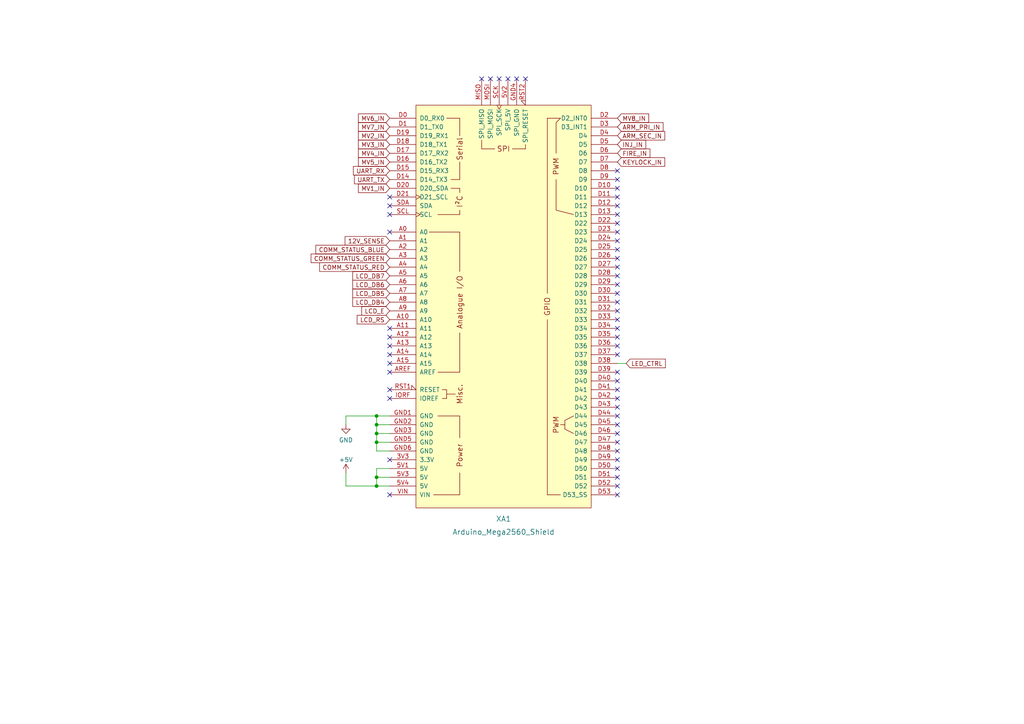
<source format=kicad_sch>
(kicad_sch (version 20230121) (generator eeschema)
  (paper "A4")
  (lib_symbols
    (symbol "arduino_mega:Arduino_Mega2560_Shield" (pin_names (offset 1.016))
      (property "Reference" "XA" (at 2.54 0 90))
      (property "Value" "Arduino_Mega2560_Shield" (at -2.54 0 90))
      (symbol "Arduino_Mega2560_Shield_0_0"
        (rectangle (start -25.4 -58.42) (end 25.4 58.42) (fill (type background)))
        (rectangle (start -20.32 -54.61) (end -12.7 -54.61))
        (rectangle (start -19.05 -31.75) (end -12.7 -31.75))
        (rectangle (start -19.05 -19.05) (end -12.7 -19.05))
        (rectangle (start -19.05 26.67) (end -12.7 26.67))
        (rectangle (start -17.78 -26.67) (end -16.51 -26.67))
        (rectangle (start -17.78 -24.13) (end -16.51 -24.13))
        (rectangle (start -16.51 -25.4) (end -13.97 -25.4))
        (rectangle (start -16.51 -24.13) (end -16.51 -26.67))
        (rectangle (start -16.51 54.61) (end -12.7 54.61))
        (rectangle (start -15.24 34.29) (end -12.7 34.29))
        (rectangle (start -15.24 36.83) (end -12.7 36.83))
        (rectangle (start -12.7 -54.61) (end -12.7 -48.26))
        (rectangle (start -12.7 -31.75) (end -12.7 -38.1))
        (rectangle (start -12.7 26.67) (end -12.7 27.94))
        (rectangle (start -12.7 34.29) (end -12.7 33.02))
        (rectangle (start -12.7 41.91) (end -12.7 36.83))
        (rectangle (start -12.7 49.53) (end -12.7 54.61))
        (rectangle (start -6.35 48.26) (end -6.35 45.72))
        (rectangle (start -2.54 45.72) (end -6.35 45.72))
        (polyline (pts (xy -21.59 21.59) (xy -12.7 21.59)))
        (polyline (pts (xy -12.7 -19.05) (xy -12.7 -7.62)))
        (polyline (pts (xy -12.7 10.16) (xy -12.7 21.59)))
        (polyline (pts (xy 12.7 -54.61) (xy 16.51 -54.61)))
        (polyline (pts (xy 12.7 54.61) (xy 16.51 54.61)))
        (polyline (pts (xy 17.78 -34.29) (xy 16.51 -34.29)))
        (polyline (pts (xy 15.24 36.83) (xy 15.24 27.94) (xy 20.32 26.67)))
        (polyline (pts (xy 15.24 44.45) (xy 15.24 53.34) (xy 16.51 54.61)))
        (polyline (pts (xy 20.32 -31.75) (xy 17.78 -33.02) (xy 17.78 -35.56) (xy 20.32 -36.83)))
        (rectangle (start 6.35 45.72) (end 2.54 45.72))
        (rectangle (start 6.35 46.99) (end 6.35 45.72))
        (text "Analogue I/O" (at -12.7 1.27 900) (effects (font (size 1.524 1.524))))
        (text "I²C" (at -12.7 30.48 900) (effects (font (size 1.524 1.524))))
        (text "Misc." (at -12.7 -25.4 900) (effects (font (size 1.524 1.524))))
        (text "Power" (at -12.7 -43.18 900) (effects (font (size 1.524 1.524))))
        (text "PWM" (at 15.24 -34.29 900) (effects (font (size 1.524 1.524))))
        (text "PWM" (at 15.24 40.64 900) (effects (font (size 1.524 1.524))))
        (text "Serial" (at -12.7 45.72 900) (effects (font (size 1.524 1.524))))
        (text "SPI" (at 0 45.72 0) (effects (font (size 1.524 1.524))))
      )
      (symbol "Arduino_Mega2560_Shield_1_0"
        (rectangle (start 12.7 -54.61) (end 12.7 -3.81))
        (rectangle (start 12.7 54.61) (end 12.7 3.81))
        (text "GPIO" (at 12.7 0 900) (effects (font (size 1.524 1.524))))
      )
      (symbol "Arduino_Mega2560_Shield_1_1"
        (pin power_in line (at -33.02 -44.45 0) (length 7.62) (name "3.3V") (number "3V3"))
        (pin power_in line (at -33.02 -46.99 0) (length 7.62) (name "5V") (number "5V1"))
        (pin power_in line (at 1.27 66.04 270) (length 7.62) (name "SPI_5V") (number "5V2"))
        (pin power_in line (at -33.02 -49.53 0) (length 7.62) (name "5V") (number "5V3"))
        (pin power_in line (at -33.02 -52.07 0) (length 7.62) (name "5V") (number "5V4"))
        (pin bidirectional line (at -33.02 21.59 0) (length 7.62) (name "A0") (number "A0"))
        (pin bidirectional line (at -33.02 19.05 0) (length 7.62) (name "A1") (number "A1"))
        (pin bidirectional line (at -33.02 -3.81 0) (length 7.62) (name "A10") (number "A10"))
        (pin bidirectional line (at -33.02 -6.35 0) (length 7.62) (name "A11") (number "A11"))
        (pin bidirectional line (at -33.02 -8.89 0) (length 7.62) (name "A12") (number "A12"))
        (pin bidirectional line (at -33.02 -11.43 0) (length 7.62) (name "A13") (number "A13"))
        (pin bidirectional line (at -33.02 -13.97 0) (length 7.62) (name "A14") (number "A14"))
        (pin bidirectional line (at -33.02 -16.51 0) (length 7.62) (name "A15") (number "A15"))
        (pin bidirectional line (at -33.02 16.51 0) (length 7.62) (name "A2") (number "A2"))
        (pin bidirectional line (at -33.02 13.97 0) (length 7.62) (name "A3") (number "A3"))
        (pin bidirectional line (at -33.02 11.43 0) (length 7.62) (name "A4") (number "A4"))
        (pin bidirectional line (at -33.02 8.89 0) (length 7.62) (name "A5") (number "A5"))
        (pin bidirectional line (at -33.02 6.35 0) (length 7.62) (name "A6") (number "A6"))
        (pin bidirectional line (at -33.02 3.81 0) (length 7.62) (name "A7") (number "A7"))
        (pin bidirectional line (at -33.02 1.27 0) (length 7.62) (name "A8") (number "A8"))
        (pin bidirectional line (at -33.02 -1.27 0) (length 7.62) (name "A9") (number "A9"))
        (pin input line (at -33.02 -19.05 0) (length 7.62) (name "AREF") (number "AREF"))
        (pin bidirectional line (at -33.02 54.61 0) (length 7.62) (name "D0_RX0") (number "D0"))
        (pin bidirectional line (at -33.02 52.07 0) (length 7.62) (name "D1_TX0") (number "D1"))
        (pin bidirectional line (at 33.02 34.29 180) (length 7.62) (name "D10") (number "D10"))
        (pin bidirectional line (at 33.02 31.75 180) (length 7.62) (name "D11") (number "D11"))
        (pin bidirectional line (at 33.02 29.21 180) (length 7.62) (name "D12") (number "D12"))
        (pin bidirectional line (at 33.02 26.67 180) (length 7.62) (name "D13") (number "D13"))
        (pin bidirectional line (at -33.02 36.83 0) (length 7.62) (name "D14_TX3") (number "D14"))
        (pin bidirectional line (at -33.02 39.37 0) (length 7.62) (name "D15_RX3") (number "D15"))
        (pin bidirectional line (at -33.02 41.91 0) (length 7.62) (name "D16_TX2") (number "D16"))
        (pin bidirectional line (at -33.02 44.45 0) (length 7.62) (name "D17_RX2") (number "D17"))
        (pin bidirectional line (at -33.02 46.99 0) (length 7.62) (name "D18_TX1") (number "D18"))
        (pin bidirectional line (at -33.02 49.53 0) (length 7.62) (name "D19_RX1") (number "D19"))
        (pin bidirectional line (at 33.02 54.61 180) (length 7.62) (name "D2_INT0") (number "D2"))
        (pin bidirectional line (at -33.02 34.29 0) (length 7.62) (name "D20_SDA") (number "D20"))
        (pin bidirectional clock (at -33.02 31.75 0) (length 7.62) (name "D21_SCL") (number "D21"))
        (pin bidirectional line (at 33.02 24.13 180) (length 7.62) (name "D22") (number "D22"))
        (pin bidirectional line (at 33.02 21.59 180) (length 7.62) (name "D23") (number "D23"))
        (pin bidirectional line (at 33.02 19.05 180) (length 7.62) (name "D24") (number "D24"))
        (pin bidirectional line (at 33.02 16.51 180) (length 7.62) (name "D25") (number "D25"))
        (pin bidirectional line (at 33.02 13.97 180) (length 7.62) (name "D26") (number "D26"))
        (pin bidirectional line (at 33.02 11.43 180) (length 7.62) (name "D27") (number "D27"))
        (pin bidirectional line (at 33.02 8.89 180) (length 7.62) (name "D28") (number "D28"))
        (pin bidirectional line (at 33.02 6.35 180) (length 7.62) (name "D29") (number "D29"))
        (pin bidirectional line (at 33.02 52.07 180) (length 7.62) (name "D3_INT1") (number "D3"))
        (pin bidirectional line (at 33.02 3.81 180) (length 7.62) (name "D30") (number "D30"))
        (pin bidirectional line (at 33.02 1.27 180) (length 7.62) (name "D31") (number "D31"))
        (pin bidirectional line (at 33.02 -1.27 180) (length 7.62) (name "D32") (number "D32"))
        (pin bidirectional line (at 33.02 -3.81 180) (length 7.62) (name "D33") (number "D33"))
        (pin bidirectional line (at 33.02 -6.35 180) (length 7.62) (name "D34") (number "D34"))
        (pin bidirectional line (at 33.02 -8.89 180) (length 7.62) (name "D35") (number "D35"))
        (pin bidirectional line (at 33.02 -11.43 180) (length 7.62) (name "D36") (number "D36"))
        (pin bidirectional line (at 33.02 -13.97 180) (length 7.62) (name "D37") (number "D37"))
        (pin bidirectional line (at 33.02 -16.51 180) (length 7.62) (name "D38") (number "D38"))
        (pin bidirectional line (at 33.02 -19.05 180) (length 7.62) (name "D39") (number "D39"))
        (pin bidirectional line (at 33.02 49.53 180) (length 7.62) (name "D4") (number "D4"))
        (pin bidirectional line (at 33.02 -21.59 180) (length 7.62) (name "D40") (number "D40"))
        (pin bidirectional line (at 33.02 -24.13 180) (length 7.62) (name "D41") (number "D41"))
        (pin bidirectional line (at 33.02 -26.67 180) (length 7.62) (name "D42") (number "D42"))
        (pin bidirectional line (at 33.02 -29.21 180) (length 7.62) (name "D43") (number "D43"))
        (pin bidirectional line (at 33.02 -31.75 180) (length 7.62) (name "D44") (number "D44"))
        (pin bidirectional line (at 33.02 -34.29 180) (length 7.62) (name "D45") (number "D45"))
        (pin bidirectional line (at 33.02 -36.83 180) (length 7.62) (name "D46") (number "D46"))
        (pin bidirectional line (at 33.02 -39.37 180) (length 7.62) (name "D47") (number "D47"))
        (pin bidirectional line (at 33.02 -41.91 180) (length 7.62) (name "D48") (number "D48"))
        (pin bidirectional line (at 33.02 -44.45 180) (length 7.62) (name "D49") (number "D49"))
        (pin bidirectional line (at 33.02 46.99 180) (length 7.62) (name "D5") (number "D5"))
        (pin bidirectional line (at 33.02 -46.99 180) (length 7.62) (name "D50") (number "D50"))
        (pin bidirectional line (at 33.02 -49.53 180) (length 7.62) (name "D51") (number "D51"))
        (pin bidirectional line (at 33.02 -52.07 180) (length 7.62) (name "D52") (number "D52"))
        (pin bidirectional line (at 33.02 -54.61 180) (length 7.62) (name "D53_SS") (number "D53"))
        (pin bidirectional line (at 33.02 44.45 180) (length 7.62) (name "D6") (number "D6"))
        (pin bidirectional line (at 33.02 41.91 180) (length 7.62) (name "D7") (number "D7"))
        (pin bidirectional line (at 33.02 39.37 180) (length 7.62) (name "D8") (number "D8"))
        (pin bidirectional line (at 33.02 36.83 180) (length 7.62) (name "D9") (number "D9"))
        (pin power_in line (at -33.02 -31.75 0) (length 7.62) (name "GND") (number "GND1"))
        (pin power_in line (at -33.02 -34.29 0) (length 7.62) (name "GND") (number "GND2"))
        (pin power_in line (at -33.02 -36.83 0) (length 7.62) (name "GND") (number "GND3"))
        (pin power_in line (at 3.81 66.04 270) (length 7.62) (name "SPI_GND") (number "GND4"))
        (pin power_in line (at -33.02 -39.37 0) (length 7.62) (name "GND") (number "GND5"))
        (pin power_in line (at -33.02 -41.91 0) (length 7.62) (name "GND") (number "GND6"))
        (pin output line (at -33.02 -26.67 0) (length 7.62) (name "IOREF") (number "IORF"))
        (pin input line (at -6.35 66.04 270) (length 7.62) (name "SPI_MISO") (number "MISO"))
        (pin output line (at -3.81 66.04 270) (length 7.62) (name "SPI_MOSI") (number "MOSI"))
        (pin open_collector input_low (at -33.02 -24.13 0) (length 7.62) (name "RESET") (number "RST1"))
        (pin open_collector input_low (at 6.35 66.04 270) (length 7.62) (name "SPI_RESET") (number "RST2"))
        (pin output clock (at -1.27 66.04 270) (length 7.62) (name "SPI_SCK") (number "SCK"))
        (pin bidirectional clock (at -33.02 26.67 0) (length 7.62) (name "SCL") (number "SCL"))
        (pin bidirectional line (at -33.02 29.21 0) (length 7.62) (name "SDA") (number "SDA"))
        (pin power_in line (at -33.02 -54.61 0) (length 7.62) (name "VIN") (number "VIN"))
      )
    )
    (symbol "power:+5V" (power) (pin_names (offset 0))
      (property "Value" "+5V" (at 0 3.556 0))
      (symbol "+5V_0_1"
        (polyline (pts (xy -0.762 1.27) (xy 0 2.54)))
        (polyline (pts (xy 0 0) (xy 0 2.54)))
        (polyline (pts (xy 0 2.54) (xy 0.762 1.27)))
      )
      (symbol "+5V_1_1"
        (pin power_in line (at 0 0 90) (length 0) hide (name "+5V") (number "1"))
      )
    )
    (symbol "power:GND" (power) (pin_names (offset 0))
      (property "Value" "GND" (at 0 -3.81 0))
      (symbol "GND_0_1"
        (polyline (pts (xy 0 0) (xy 0 -1.27) (xy 1.27 -1.27) (xy 0 -2.54) (xy -1.27 -1.27) (xy 0 -1.27)))
      )
      (symbol "GND_1_1"
        (pin power_in line (at 0 0 270) (length 0) hide (name "GND") (number "1"))
      )
    )
  )
  (junction (at 109.22 140.97))
  (junction (at 109.22 128.27))
  (junction (at 109.22 138.43))
  (junction (at 109.22 123.19))
  (junction (at 109.22 120.65))
  (junction (at 109.22 125.73))
  (no_connect (at 179.07 69.85))
  (no_connect (at 179.07 110.49))
  (no_connect (at 113.03 59.69))
  (no_connect (at 179.07 128.27))
  (no_connect (at 113.03 107.95))
  (no_connect (at 179.07 59.69))
  (no_connect (at 179.07 107.95))
  (no_connect (at 179.07 67.31))
  (no_connect (at 142.24 22.86))
  (no_connect (at 113.03 67.31))
  (no_connect (at 179.07 118.11))
  (no_connect (at 179.07 140.97))
  (no_connect (at 179.07 87.63))
  (no_connect (at 179.07 90.17))
  (no_connect (at 179.07 52.07))
  (no_connect (at 179.07 125.73))
  (no_connect (at 179.07 130.81))
  (no_connect (at 113.03 143.51))
  (no_connect (at 147.32 22.86))
  (no_connect (at 179.07 113.03))
  (no_connect (at 179.07 100.33))
  (no_connect (at 113.03 100.33))
  (no_connect (at 113.03 115.57))
  (no_connect (at 113.03 95.25))
  (no_connect (at 179.07 120.65))
  (no_connect (at 179.07 64.77))
  (no_connect (at 179.07 72.39))
  (no_connect (at 179.07 135.89))
  (no_connect (at 179.07 138.43))
  (no_connect (at 113.03 62.23))
  (no_connect (at 149.86 22.86))
  (no_connect (at 139.7 22.86))
  (no_connect (at 113.03 102.87))
  (no_connect (at 144.78 22.86))
  (no_connect (at 113.03 113.03))
  (no_connect (at 179.07 143.51))
  (no_connect (at 179.07 57.15))
  (no_connect (at 179.07 123.19))
  (no_connect (at 179.07 54.61))
  (no_connect (at 179.07 80.01))
  (no_connect (at 179.07 97.79))
  (no_connect (at 113.03 105.41))
  (no_connect (at 113.03 97.79))
  (no_connect (at 179.07 62.23))
  (no_connect (at 179.07 85.09))
  (no_connect (at 113.03 57.15))
  (no_connect (at 179.07 77.47))
  (no_connect (at 179.07 102.87))
  (no_connect (at 179.07 115.57))
  (no_connect (at 179.07 74.93))
  (no_connect (at 179.07 133.35))
  (no_connect (at 179.07 49.53))
  (no_connect (at 179.07 95.25))
  (no_connect (at 179.07 92.71))
  (no_connect (at 113.03 133.35))
  (no_connect (at 152.4 22.86))
  (no_connect (at 179.07 82.55))
  (wire (pts (xy 113.03 140.97) (xy 109.22 140.97)))
  (wire (pts (xy 109.22 138.43) (xy 113.03 138.43)))
  (wire (pts (xy 100.33 140.97) (xy 100.33 137.16)))
  (wire (pts (xy 113.03 120.65) (xy 109.22 120.65)))
  (wire (pts (xy 113.03 130.81) (xy 109.22 130.81)))
  (wire (pts (xy 109.22 135.89) (xy 109.22 138.43)))
  (wire (pts (xy 109.22 130.81) (xy 109.22 128.27)))
  (wire (pts (xy 109.22 128.27) (xy 113.03 128.27)))
  (wire (pts (xy 109.22 123.19) (xy 109.22 120.65)))
  (wire (pts (xy 100.33 120.65) (xy 100.33 123.19)))
  (wire (pts (xy 109.22 120.65) (xy 100.33 120.65)))
  (wire (pts (xy 109.22 125.73) (xy 109.22 123.19)))
  (wire (pts (xy 109.22 123.19) (xy 113.03 123.19)))
  (wire (pts (xy 179.07 105.41) (xy 181.61 105.41)))
  (wire (pts (xy 109.22 128.27) (xy 109.22 125.73)))
  (wire (pts (xy 109.22 140.97) (xy 100.33 140.97)))
  (wire (pts (xy 109.22 125.73) (xy 113.03 125.73)))
  (wire (pts (xy 109.22 138.43) (xy 109.22 140.97)))
  (wire (pts (xy 113.03 135.89) (xy 109.22 135.89)))
  (global_label "MV7_IN" (shape input) (at 113.03 36.83 180) (property "Intersheetrefs" "${INTERSHEET_REFS}" (effects hide)))
  (global_label "MV2_IN" (shape input) (at 113.03 39.37 180) (property "Intersheetrefs" "${INTERSHEET_REFS}" (effects hide)))
  (global_label "MV8_IN" (shape input) (at 179.07 34.29 0) (property "Intersheetrefs" "${INTERSHEET_REFS}" (effects hide)))
  (global_label "LCD_RS" (shape input) (at 113.03 92.71 180) (property "Intersheetrefs" "${INTERSHEET_REFS}" (effects hide)))
  (global_label "COMM_STATUS_GREEN" (shape input) (at 113.03 74.93 180) (property "Intersheetrefs" "${INTERSHEET_REFS}" (effects hide)))
  (global_label "COMM_STATUS_BLUE" (shape input) (at 113.03 72.39 180) (property "Intersheetrefs" "${INTERSHEET_REFS}" (effects hide)))
  (global_label "MV4_IN" (shape input) (at 113.03 44.45 180) (property "Intersheetrefs" "${INTERSHEET_REFS}" (effects hide)))
  (global_label "ARM_PRI_IN" (shape input) (at 179.07 36.83 0) (property "Intersheetrefs" "${INTERSHEET_REFS}" (effects hide)))
  (global_label "LED_CTRL" (shape input) (at 181.61 105.41 0) (property "Intersheetrefs" "${INTERSHEET_REFS}" (effects hide)))
  (global_label "COMM_STATUS_RED" (shape input) (at 113.03 77.47 180) (property "Intersheetrefs" "${INTERSHEET_REFS}" (effects hide)))
  (global_label "LCD_DB7" (shape input) (at 113.03 80.01 180) (property "Intersheetrefs" "${INTERSHEET_REFS}" (effects hide)))
  (global_label "INJ_IN" (shape input) (at 179.07 41.91 0) (property "Intersheetrefs" "${INTERSHEET_REFS}" (effects hide)))
  (global_label "ARM_SEC_IN" (shape input) (at 179.07 39.37 0) (property "Intersheetrefs" "${INTERSHEET_REFS}" (effects hide)))
  (global_label "UART_TX" (shape input) (at 113.03 52.07 180) (property "Intersheetrefs" "${INTERSHEET_REFS}" (effects hide)))
  (global_label "12V_SENSE" (shape input) (at 113.03 69.85 180) (property "Intersheetrefs" "${INTERSHEET_REFS}" (effects hide)))
  (global_label "MV5_IN" (shape input) (at 113.03 46.99 180) (property "Intersheetrefs" "${INTERSHEET_REFS}" (effects hide)))
  (global_label "LCD_DB6" (shape input) (at 113.03 82.55 180) (property "Intersheetrefs" "${INTERSHEET_REFS}" (effects hide)))
  (global_label "LCD_DB4" (shape input) (at 113.03 87.63 180) (property "Intersheetrefs" "${INTERSHEET_REFS}" (effects hide)))
  (global_label "MV6_IN" (shape input) (at 113.03 34.29 180) (property "Intersheetrefs" "${INTERSHEET_REFS}" (effects hide)))
  (global_label "MV3_IN" (shape input) (at 113.03 41.91 180) (property "Intersheetrefs" "${INTERSHEET_REFS}" (effects hide)))
  (global_label "MV1_IN" (shape input) (at 113.03 54.61 180) (property "Intersheetrefs" "${INTERSHEET_REFS}" (effects hide)))
  (global_label "KEYLOCK_IN" (shape input) (at 179.07 46.99 0) (property "Intersheetrefs" "${INTERSHEET_REFS}" (effects hide)))
  (global_label "FIRE_IN" (shape input) (at 179.07 44.45 0) (property "Intersheetrefs" "${INTERSHEET_REFS}" (effects hide)))
  (global_label "UART_RX" (shape input) (at 113.03 49.53 180) (property "Intersheetrefs" "${INTERSHEET_REFS}" (effects hide)))
  (global_label "LCD_E" (shape input) (at 113.03 90.17 180) (property "Intersheetrefs" "${INTERSHEET_REFS}" (effects hide)))
  (global_label "LCD_DB5" (shape input) (at 113.03 85.09 180) (property "Intersheetrefs" "${INTERSHEET_REFS}" (effects hide)))
  (symbol (lib_id "arduino_mega:Arduino_Mega2560_Shield") (at 146.05 88.9 0) (unit 1)
    (property "Reference" "XA1" (at 146.05 150.495 0) (effects (font (size 1.524 1.524))))
    (property "Value" "Arduino_Mega2560_Shield" (at 146.05 154.305 0) (effects (font (size 1.524 1.524))))
    (property "Footprint" "rlcs_power_footprints:Arduino_Mega2560_Shield" (effects hide))
  )
  (symbol (lib_id "power:+5V") (at 100.33 137.16 0) (unit 1)
    (property "Reference" "#PWR030" (effects hide))
    (property "Value" "+5V" (at 100.33 133.35 0))
  )
  (symbol (lib_id "power:GND") (at 100.33 123.19 0) (unit 1)
    (property "Reference" "#PWR029" (effects hide))
    (property "Value" "GND" (at 100.33 127.635 0))
  )
)
</source>
